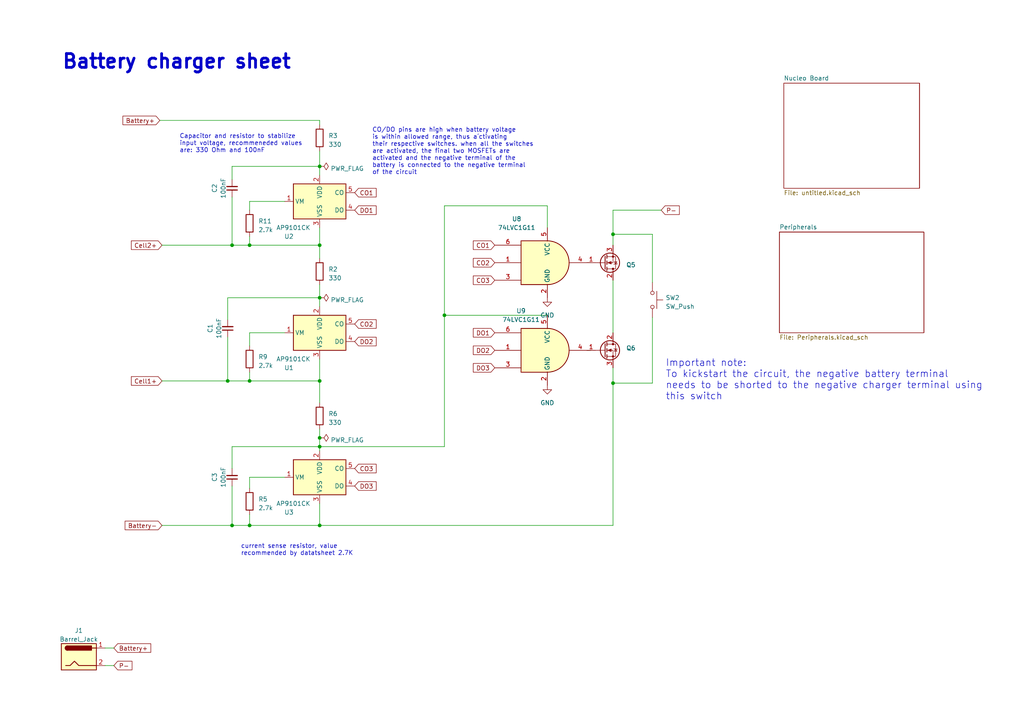
<source format=kicad_sch>
(kicad_sch (version 20230121) (generator eeschema)
  (paper "A4")
  (title_block (title "Vaccuum cleaner Robot") (date "2023-03-18") (rev "Version 0.0.1") (company "ESP project"))
  (lib_symbols
    (symbol "74xGxx:74LVC1G11"
      (property "Reference" "U" (at -5.08 10.16 0))
      (property "Value" "74LVC1G11" (at 7.62 -10.16 0))
      (symbol "74LVC1G11_0_1"
        (arc (start 0 -6.35) (mid 6.3224 0) (end 0 6.35) (stroke (width 0.254)) (fill (type background)))
        (polyline (pts (xy 0 -6.35) (xy -7.62 -6.35) (xy -7.62 6.35) (xy 0 6.35)) (stroke (width 0.254)) (fill (type background)))
      )
      (symbol "74LVC1G11_1_1"
        (pin input line (at -15.24 0 0) (length 7.62) (name "~") (number "1"))
        (pin power_in line (at 0 -10.16 90) (length 3.81) (name "GND") (number "2"))
        (pin input line (at -15.24 -5.08 0) (length 7.62) (name "~") (number "3"))
        (pin output line (at 12.7 0 180) (length 6.35) (name "~") (number "4"))
        (pin power_in line (at 0 10.16 270) (length 3.81) (name "VCC") (number "5"))
        (pin input line (at -15.24 5.08 0) (length 7.62) (name "~") (number "6"))
      )
    )
    (symbol "Battery_Management:AP9101CK"
      (property "Reference" "U" (at -7.62 6.35 0))
      (property "Value" "AP9101CK" (at 6.35 6.35 0))
      (symbol "AP9101CK_0_1"
        (rectangle (start -7.62 5.08) (end 7.62 -5.08) (stroke (width 0.254)) (fill (type background)))
      )
      (symbol "AP9101CK_1_1"
        (pin passive line (at -10.16 0 0) (length 2.54) (name "VM") (number "1"))
        (pin power_in line (at 0 7.62 270) (length 2.54) (name "VDD") (number "2"))
        (pin power_in line (at 0 -7.62 90) (length 2.54) (name "VSS") (number "3"))
        (pin output line (at 10.16 -2.54 180) (length 2.54) (name "DO") (number "4"))
        (pin output line (at 10.16 2.54 180) (length 2.54) (name "CO") (number "5"))
      )
    )
    (symbol "Connector:Barrel_Jack" (pin_names (offset 1.016))
      (property "Reference" "J" (at 0 5.334 0))
      (property "Value" "Barrel_Jack" (at 0 -5.08 0))
      (symbol "Barrel_Jack_0_1"
        (rectangle (start -5.08 3.81) (end 5.08 -3.81) (stroke (width 0.254)) (fill (type background)))
        (arc (start -3.302 3.175) (mid -3.9343 2.54) (end -3.302 1.905) (stroke (width 0.254)))
        (arc (start -3.302 3.175) (mid -3.9343 2.54) (end -3.302 1.905) (stroke (width 0.254)) (fill (type outline)))
        (polyline (pts (xy 5.08 2.54) (xy 3.81 2.54)) (stroke (width 0.254)))
        (polyline (pts (xy -3.81 -2.54) (xy -2.54 -2.54) (xy -1.27 -1.27) (xy 0 -2.54) (xy 2.54 -2.54) (xy 5.08 -2.54)) (stroke (width 0.254)))
        (rectangle (start 3.683 3.175) (end -3.302 1.905) (stroke (width 0.254)) (fill (type outline)))
      )
      (symbol "Barrel_Jack_1_1"
        (pin passive line (at 7.62 2.54 180) (length 2.54) (name "~") (number "1"))
        (pin passive line (at 7.62 -2.54 180) (length 2.54) (name "~") (number "2"))
      )
    )
    (symbol "Device:C_Small" (pin_numbers hide) (pin_names (offset 0.254) hide)
      (property "Reference" "C" (at 0.254 1.778 0))
      (property "Value" "C_Small" (at 0.254 -2.032 0))
      (symbol "C_Small_0_1"
        (polyline (pts (xy -1.524 -0.508) (xy 1.524 -0.508)) (stroke (width 0.3302)))
        (polyline (pts (xy -1.524 0.508) (xy 1.524 0.508)) (stroke (width 0.3048)))
      )
      (symbol "C_Small_1_1"
        (pin passive line (at 0 2.54 270) (length 2.032) (name "~") (number "1"))
        (pin passive line (at 0 -2.54 90) (length 2.032) (name "~") (number "2"))
      )
    )
    (symbol "Device:R" (pin_numbers hide) (pin_names (offset 0))
      (property "Reference" "R" (at 2.032 0 90))
      (property "Value" "R" (at 0 0 90))
      (symbol "R_0_1"
        (rectangle (start -1.016 -2.54) (end 1.016 2.54) (stroke (width 0.254)))
      )
      (symbol "R_1_1"
        (pin passive line (at 0 3.81 270) (length 1.27) (name "~") (number "1"))
        (pin passive line (at 0 -3.81 90) (length 1.27) (name "~") (number "2"))
      )
    )
    (symbol "Switch:SW_Push" (pin_numbers hide) (pin_names (offset 1.016) hide)
      (property "Reference" "SW" (at 1.27 2.54 0))
      (property "Value" "SW_Push" (at 0 -1.524 0))
      (symbol "SW_Push_0_1"
        (circle (center -2.032 0) (radius 0.508))
        (polyline (pts (xy 0 1.27) (xy 0 3.048)))
        (polyline (pts (xy 2.54 1.27) (xy -2.54 1.27)))
        (circle (center 2.032 0) (radius 0.508))
        (pin passive line (at -5.08 0 0) (length 2.54) (name "1") (number "1"))
        (pin passive line (at 5.08 0 180) (length 2.54) (name "2") (number "2"))
      )
    )
    (symbol "Transistor_FET:IRLB8721PBF" (pin_names hide)
      (property "Reference" "Q" (at 6.35 1.905 0))
      (property "Value" "IRLB8721PBF" (at 6.35 0 0))
      (symbol "IRLB8721PBF_0_1"
        (polyline (pts (xy 0.254 0) (xy -2.54 0)))
        (polyline (pts (xy 0.254 1.905) (xy 0.254 -1.905)) (stroke (width 0.254)))
        (polyline (pts (xy 0.762 -1.27) (xy 0.762 -2.286)) (stroke (width 0.254)))
        (polyline (pts (xy 0.762 0.508) (xy 0.762 -0.508)) (stroke (width 0.254)))
        (polyline (pts (xy 0.762 2.286) (xy 0.762 1.27)) (stroke (width 0.254)))
        (polyline (pts (xy 2.54 2.54) (xy 2.54 1.778)))
        (polyline (pts (xy 2.54 -2.54) (xy 2.54 0) (xy 0.762 0)))
        (polyline (pts (xy 0.762 -1.778) (xy 3.302 -1.778) (xy 3.302 1.778) (xy 0.762 1.778)))
        (polyline (pts (xy 1.016 0) (xy 2.032 0.381) (xy 2.032 -0.381) (xy 1.016 0)) (fill (type outline)))
        (polyline (pts (xy 2.794 0.508) (xy 2.921 0.381) (xy 3.683 0.381) (xy 3.81 0.254)))
        (polyline (pts (xy 3.302 0.381) (xy 2.921 -0.254) (xy 3.683 -0.254) (xy 3.302 0.381)))
        (circle (center 1.651 0) (radius 2.794) (stroke (width 0.254)))
        (circle (center 2.54 -1.778) (radius 0.254) (fill (type outline)))
        (circle (center 2.54 1.778) (radius 0.254) (fill (type outline)))
      )
      (symbol "IRLB8721PBF_1_1"
        (pin input line (at -5.08 0 0) (length 2.54) (name "G") (number "1"))
        (pin passive line (at 2.54 5.08 270) (length 2.54) (name "D") (number "2"))
        (pin passive line (at 2.54 -5.08 90) (length 2.54) (name "S") (number "3"))
      )
    )
    (symbol "power:GND" (power) (pin_names (offset 0))
      (property "Value" "GND" (at 0 -3.81 0))
      (symbol "GND_0_1"
        (polyline (pts (xy 0 0) (xy 0 -1.27) (xy 1.27 -1.27) (xy 0 -2.54) (xy -1.27 -1.27) (xy 0 -1.27)))
      )
      (symbol "GND_1_1"
        (pin power_in line (at 0 0 270) (length 0) hide (name "GND") (number "1"))
      )
    )
    (symbol "power:PWR_FLAG" (power) (pin_numbers hide) (pin_names (offset 0) hide)
      (property "Value" "PWR_FLAG" (at 0 3.81 0))
      (symbol "PWR_FLAG_0_0"
        (pin power_out line (at 0 0 90) (length 0) (name "pwr") (number "1"))
      )
      (symbol "PWR_FLAG_0_1"
        (polyline (pts (xy 0 0) (xy 0 1.27) (xy -1.016 1.905) (xy 0 2.54) (xy 1.016 1.905) (xy 0 1.27)))
      )
    )
  )
  (junction (at 92.71 110.49))
  (junction (at 67.31 71.12))
  (junction (at 72.39 152.4))
  (junction (at 128.905 91.44))
  (junction (at 92.71 71.12))
  (junction (at 177.8 111.125))
  (junction (at 92.71 152.4))
  (junction (at 72.39 71.12))
  (junction (at 92.71 129.54))
  (junction (at 67.31 152.4))
  (junction (at 177.8 67.945))
  (junction (at 92.71 127))
  (junction (at 92.71 86.36))
  (junction (at 66.04 110.49))
  (junction (at 72.39 110.49))
  (junction (at 92.71 48.26))
  (wire (pts (xy 177.8 152.4) (xy 177.8 111.125)))
  (wire (pts (xy 177.8 67.945) (xy 177.8 71.12)))
  (wire (pts (xy 82.55 138.43) (xy 72.39 138.43)))
  (wire (pts (xy 72.39 58.42) (xy 82.55 58.42)))
  (wire (pts (xy 158.75 66.04) (xy 158.75 59.69)))
  (wire (pts (xy 92.71 48.26) (xy 67.31 48.26)))
  (wire (pts (xy 67.31 152.4) (xy 72.39 152.4)))
  (wire (pts (xy 33.02 193.04) (xy 30.48 193.04)))
  (wire (pts (xy 66.04 110.49) (xy 72.39 110.49)))
  (wire (pts (xy 67.31 48.26) (xy 67.31 52.07)))
  (wire (pts (xy 189.23 67.945) (xy 189.23 81.915)))
  (wire (pts (xy 72.39 96.52) (xy 82.55 96.52)))
  (wire (pts (xy 92.71 124.46) (xy 92.71 127)))
  (wire (pts (xy 72.39 141.605) (xy 72.39 138.43)))
  (wire (pts (xy 67.31 129.54) (xy 67.31 135.89)))
  (wire (pts (xy 92.71 104.14) (xy 92.71 110.49)))
  (wire (pts (xy 67.31 57.15) (xy 67.31 71.12)))
  (wire (pts (xy 177.8 111.125) (xy 189.23 111.125)))
  (wire (pts (xy 72.39 152.4) (xy 72.39 149.225)))
  (wire (pts (xy 92.71 86.36) (xy 92.71 88.9)))
  (wire (pts (xy 171.45 101.6) (xy 170.18 101.6)))
  (wire (pts (xy 67.31 152.4) (xy 46.99 152.4)))
  (wire (pts (xy 33.02 187.96) (xy 30.48 187.96)))
  (wire (pts (xy 92.71 74.93) (xy 92.71 71.12)))
  (wire (pts (xy 67.31 140.97) (xy 67.31 152.4)))
  (wire (pts (xy 92.71 82.55) (xy 92.71 86.36)))
  (wire (pts (xy 66.04 110.49) (xy 46.99 110.49)))
  (wire (pts (xy 177.8 60.96) (xy 177.8 67.945)))
  (wire (pts (xy 72.39 58.42) (xy 72.39 60.96)))
  (wire (pts (xy 92.71 146.05) (xy 92.71 152.4)))
  (wire (pts (xy 66.04 86.36) (xy 66.04 92.71)))
  (wire (pts (xy 67.31 71.12) (xy 46.99 71.12)))
  (wire (pts (xy 72.39 71.12) (xy 92.71 71.12)))
  (wire (pts (xy 46.355 34.925) (xy 92.71 34.925)))
  (wire (pts (xy 92.71 129.54) (xy 92.71 130.81)))
  (wire (pts (xy 128.905 91.44) (xy 128.905 129.54)))
  (wire (pts (xy 92.71 129.54) (xy 67.31 129.54)))
  (wire (pts (xy 177.8 111.125) (xy 177.8 106.68)))
  (wire (pts (xy 67.31 71.12) (xy 72.39 71.12)))
  (wire (pts (xy 191.77 60.96) (xy 177.8 60.96)))
  (wire (pts (xy 92.71 152.4) (xy 177.8 152.4)))
  (wire (pts (xy 92.71 66.04) (xy 92.71 71.12)))
  (wire (pts (xy 92.71 127) (xy 92.71 129.54)))
  (wire (pts (xy 128.905 129.54) (xy 92.71 129.54)))
  (wire (pts (xy 66.04 97.79) (xy 66.04 110.49)))
  (wire (pts (xy 72.39 152.4) (xy 92.71 152.4)))
  (wire (pts (xy 158.75 91.44) (xy 128.905 91.44)))
  (wire (pts (xy 170.18 76.2) (xy 171.45 76.2)))
  (wire (pts (xy 158.75 59.69) (xy 128.905 59.69)))
  (wire (pts (xy 92.71 34.925) (xy 92.71 36.195)))
  (wire (pts (xy 128.905 59.69) (xy 128.905 91.44)))
  (wire (pts (xy 177.8 81.28) (xy 177.8 96.52)))
  (wire (pts (xy 72.39 100.33) (xy 72.39 96.52)))
  (wire (pts (xy 92.71 86.36) (xy 66.04 86.36)))
  (wire (pts (xy 92.71 48.26) (xy 92.71 50.8)))
  (wire (pts (xy 92.71 43.815) (xy 92.71 48.26)))
  (wire (pts (xy 177.8 67.945) (xy 189.23 67.945)))
  (wire (pts (xy 72.39 68.58) (xy 72.39 71.12)))
  (wire (pts (xy 189.23 92.075) (xy 189.23 111.125)))
  (wire (pts (xy 72.39 107.95) (xy 72.39 110.49)))
  (wire (pts (xy 72.39 110.49) (xy 92.71 110.49)))
  (wire (pts (xy 92.71 110.49) (xy 92.71 116.84)))
  (text "CO/DO pins are high when battery voltage\nis within allowed range, thus a´ctivating\ntheir respective switches. when all the switches\nare activated, the final two MOSFETs are\nactivated and the negative terminal of the\nbattery is connected to the negative terminal\nof the circuit" (at 107.95 50.8 0) (effects (font (size 1.27 1.27)) (justify left bottom)))
  (text "Battery charger sheet" (at 17.78 20.32 0) (effects (font (size 4 4) (thickness 0.8) bold) (justify left bottom)))
  (text "Capacitor and resistor to stabilize\ninput voltage, recommeneded values\nare: 330 Ohm and 100nF" (at 52.07 44.45 0) (effects (font (size 1.27 1.27)) (justify left bottom)))
  (text "current sense resistor, value\nrecommended by datatsheet 2.7K" (at 69.85 161.29 0) (effects (font (size 1.27 1.27)) (justify left bottom)))
  (text "Important note:\nTo kickstart the circuit, the negative battery terminal\nneeds to be shorted to the negative charger terminal using\nthis switch" (at 193.04 116.205 0) (effects (font (size 2 2)) (justify left bottom)))
  (global_label "Battery+" (shape input) (at 46.355 34.925 180) (property "Intersheetrefs" "${INTERSHEET_REFS}" (effects hide)))
  (global_label "Cell1+" (shape input) (at 46.99 110.49 180) (property "Intersheetrefs" "${INTERSHEET_REFS}" (effects hide)))
  (global_label "DO2" (shape input) (at 102.87 99.06 0) (property "Intersheetrefs" "${INTERSHEET_REFS}" (effects hide)))
  (global_label "CO3" (shape input) (at 143.51 81.28 180) (property "Intersheetrefs" "${INTERSHEET_REFS}" (effects hide)))
  (global_label "Battery+" (shape input) (at 33.02 187.96 0) (property "Intersheetrefs" "${INTERSHEET_REFS}" (effects hide)))
  (global_label "P-" (shape input) (at 33.02 193.04 0) (property "Intersheetrefs" "${INTERSHEET_REFS}" (effects hide)))
  (global_label "CO1" (shape input) (at 143.51 71.12 180) (property "Intersheetrefs" "${INTERSHEET_REFS}" (effects hide)))
  (global_label "DO2" (shape input) (at 143.51 101.6 180) (property "Intersheetrefs" "${INTERSHEET_REFS}" (effects hide)))
  (global_label "DO1" (shape input) (at 102.87 60.96 0) (property "Intersheetrefs" "${INTERSHEET_REFS}" (effects hide)))
  (global_label "Cell2+" (shape input) (at 46.99 71.12 180) (property "Intersheetrefs" "${INTERSHEET_REFS}" (effects hide)))
  (global_label "DO1" (shape input) (at 143.51 96.52 180) (property "Intersheetrefs" "${INTERSHEET_REFS}" (effects hide)))
  (global_label "CO2" (shape input) (at 102.87 93.98 0) (property "Intersheetrefs" "${INTERSHEET_REFS}" (effects hide)))
  (global_label "CO1" (shape input) (at 102.87 55.88 0) (property "Intersheetrefs" "${INTERSHEET_REFS}" (effects hide)))
  (global_label "P-" (shape input) (at 191.77 60.96 0) (property "Intersheetrefs" "${INTERSHEET_REFS}" (effects hide)))
  (global_label "DO3" (shape input) (at 143.51 106.68 180) (property "Intersheetrefs" "${INTERSHEET_REFS}" (effects hide)))
  (global_label "DO3" (shape input) (at 102.87 140.97 0) (property "Intersheetrefs" "${INTERSHEET_REFS}" (effects hide)))
  (global_label "CO3" (shape input) (at 102.87 135.89 0) (property "Intersheetrefs" "${INTERSHEET_REFS}" (effects hide)))
  (global_label "Battery-" (shape input) (at 46.99 152.4 180) (property "Intersheetrefs" "${INTERSHEET_REFS}" (effects hide)))
  (global_label "CO2" (shape input) (at 143.51 76.2 180) (property "Intersheetrefs" "${INTERSHEET_REFS}" (effects hide)))
  (symbol (lib_id "Device:C_Small") (at 67.31 54.61 180) (unit 1)
    (property "Reference" "C2" (at 62.23 54.6037 90))
    (property "Value" "100nF" (at 64.77 54.6037 90))
    (property "Footprint" "Capacitor_SMD:C_1206_3216Metric_Pad1.33x1.80mm_HandSolder" (effects hide))
    (property "digikey link" "https://www.digikey.fi/en/products/detail/kemet/T491A104K035AT/818537" (effects hide))
    (property "Price" "0,63" (effects hide))
  )
  (symbol (lib_id "Battery_Management:AP9101CK") (at 92.71 96.52 0) (unit 1)
    (property "Reference" "U1" (at 83.82 106.68 0))
    (property "Value" "AP9101CK" (at 85.09 104.14 0))
    (property "Footprint" "Package_TO_SOT_SMD:SOT-23-5" (effects hide))
    (property "Datasheet" "https://www.diodes.com/assets/Datasheets/AP9101C.pdf" (effects hide))
    (property "digikey link" "https://www.digikey.fi/en/products/detail/diodes-incorporated/AP9101CK-AHTRG1/5731842" (effects hide))
    (property "Price" "0,52" (effects hide))
  )
  (symbol (lib_id "Connector:Barrel_Jack") (at 22.86 190.5 0) (unit 1)
    (property "Reference" "J1" (at 22.86 182.88 0))
    (property "Value" "Barrel_Jack" (at 22.86 185.42 0))
    (property "Footprint" "RAPC722X:SWITCHCRAFT_RAPC722X" (effects hide))
    (property "Datasheet" "https://www.cuidevices.com/product/resource/pj-019.pdf" (effects hide))
    (property "digikey link" "https://www.digikey.fi/fi/products/detail/gct/DCJ200-10-A-K1-K/9859579" (effects hide))
    (property "Price" "0,87" (effects hide))
  )
  (symbol (lib_id "Transistor_FET:IRLB8721PBF") (at 175.26 76.2 0) (mirror x) (unit 1)
    (property "Reference" "Q5" (at 181.61 76.835 0) (effects (justify left)))
    (property "Value" "IRLB8721PBF" (effects hide))
    (property "Footprint" "Package_TO_SOT_THT:TO-220-3_Vertical" (effects hide))
    (property "Datasheet" "http://www.infineon.com/dgdl/irlb8721pbf.pdf?fileId=5546d462533600a40153566056732591" (effects hide))
    (property "digikey link" "https://www.digikey.fi/en/products/detail/infineon-technologies/IRLB8721PBF/2127670?s=N4IgTCBcDaIJICUAyAhAHAdjARgAooDEQBdAXyA" (effects hide))
    (property "Price" "1,33" (effects hide))
  )
  (symbol (lib_id "Transistor_FET:IRLB8721PBF") (at 175.26 101.6 0) (unit 1)
    (property "Reference" "Q6" (at 181.61 100.965 0) (effects (justify left)))
    (property "Value" "IRLB8721PBF" (effects hide))
    (property "Footprint" "Package_TO_SOT_THT:TO-220-3_Vertical" (effects hide))
    (property "Datasheet" "http://www.infineon.com/dgdl/irlb8721pbf.pdf?fileId=5546d462533600a40153566056732591" (effects hide))
    (property "digikey link" "https://www.digikey.fi/en/products/detail/infineon-technologies/IRLB8721PBF/2127670?s=N4IgTCBcDaIJICUAyAhAHAdjARgAooDEQBdAXyA" (effects hide))
    (property "Price" "1,33" (effects hide))
  )
  (symbol (lib_id "power:PWR_FLAG") (at 92.71 127 270) (unit 1)
    (property "Reference" "#FLG09" (effects hide))
    (property "Value" "PWR_FLAG" (at 95.885 127.635 90) (effects (justify left)))
  )
  (symbol (lib_id "Switch:SW_Push") (at 189.23 86.995 270) (unit 1)
    (property "Reference" "SW2" (at 193.04 86.36 90) (effects (justify left)))
    (property "Value" "SW_Push" (at 193.04 88.9 90) (effects (justify left)))
    (property "Footprint" "Button_Switch_SMD:SW_SPST_PTS645" (effects hide))
    (property "digikey link" "https://www.digikey.fi/en/products/detail/c-k/PTS645SM43SMTR92-LFS/1146840" (effects hide))
    (property "Price" "0,3" (effects hide))
  )
  (symbol (lib_id "Device:R") (at 92.71 120.65 180) (unit 1)
    (property "Reference" "R6" (at 95.25 120.015 0) (effects (justify right)))
    (property "Value" "330" (at 95.25 122.555 0) (effects (justify right)))
    (property "Footprint" "Resistor_SMD:R_1206_3216Metric_Pad1.30x1.75mm_HandSolder" (effects hide))
    (property "digikey link" "https://www.digikey.fi/en/products/detail/walsin-technology-corporation/WR04X331-JTL/13240790" (effects hide))
    (property "Price" "0,11" (effects hide))
  )
  (symbol (lib_id "Device:R") (at 72.39 64.77 180) (unit 1)
    (property "Reference" "R11" (at 74.93 64.135 0) (effects (justify right)))
    (property "Value" "2.7k" (at 74.93 66.675 0) (effects (justify right)))
    (property "Footprint" "Resistor_SMD:R_1206_3216Metric_Pad1.30x1.75mm_HandSolder" (effects hide))
    (property "digikey link" "https://www.digikey.fi/en/products/detail/yageo/RC0402FR-132K7L/14286631" (effects hide))
    (property "Price" "0,11" (effects hide))
  )
  (symbol (lib_id "Device:R") (at 72.39 104.14 180) (unit 1)
    (property "Reference" "R9" (at 74.93 103.505 0) (effects (justify right)))
    (property "Value" "2.7k" (at 74.93 106.045 0) (effects (justify right)))
    (property "Footprint" "Resistor_SMD:R_1206_3216Metric_Pad1.30x1.75mm_HandSolder" (effects hide))
    (property "digikey link" "https://www.digikey.fi/en/products/detail/yageo/RC0402FR-132K7L/14286631" (effects hide))
    (property "Price" "0,11" (effects hide))
  )
  (symbol (lib_id "Device:R") (at 92.71 78.74 180) (unit 1)
    (property "Reference" "R2" (at 95.25 78.105 0) (effects (justify right)))
    (property "Value" "330" (at 95.25 80.645 0) (effects (justify right)))
    (property "Footprint" "Resistor_SMD:R_1206_3216Metric_Pad1.30x1.75mm_HandSolder" (effects hide))
    (property "digikey link" "https://www.digikey.fi/en/products/detail/walsin-technology-corporation/WR04X331-JTL/13240790" (effects hide))
    (property "Price" "0,11" (effects hide))
  )
  (symbol (lib_id "Device:C_Small") (at 67.31 138.43 180) (unit 1)
    (property "Reference" "C3" (at 62.23 138.4237 90))
    (property "Value" "100nF" (at 64.77 138.4237 90))
    (property "Footprint" "Capacitor_SMD:C_1206_3216Metric_Pad1.33x1.80mm_HandSolder" (effects hide))
    (property "digikey link" "https://www.digikey.fi/en/products/detail/kemet/T491A104K035AT/818537" (effects hide))
    (property "Price" "0,63" (effects hide))
  )
  (symbol (lib_id "Battery_Management:AP9101CK") (at 92.71 138.43 0) (unit 1)
    (property "Reference" "U3" (at 83.82 148.59 0))
    (property "Value" "AP9101CK" (at 85.09 146.05 0))
    (property "Footprint" "Package_TO_SOT_SMD:SOT-23-5" (effects hide))
    (property "Datasheet" "https://www.diodes.com/assets/Datasheets/AP9101C.pdf" (effects hide))
    (property "digikey link" "https://www.digikey.fi/en/products/detail/diodes-incorporated/AP9101CK-AHTRG1/5731842" (effects hide))
    (property "Price" "0,52" (effects hide))
  )
  (symbol (lib_id "Device:R") (at 72.39 145.415 180) (unit 1)
    (property "Reference" "R5" (at 74.93 144.78 0) (effects (justify right)))
    (property "Value" "2.7k" (at 74.93 147.32 0) (effects (justify right)))
    (property "Footprint" "Resistor_SMD:R_1206_3216Metric_Pad1.30x1.75mm_HandSolder" (effects hide))
    (property "digikey link" "https://www.digikey.fi/en/products/detail/yageo/RC0402FR-132K7L/14286631" (effects hide))
    (property "Price" "0,11" (effects hide))
  )
  (symbol (lib_id "power:PWR_FLAG") (at 92.71 48.26 270) (unit 1)
    (property "Reference" "#FLG07" (effects hide))
    (property "Value" "PWR_FLAG" (at 95.885 48.895 90) (effects (justify left)))
  )
  (symbol (lib_id "74xGxx:74LVC1G11") (at 158.75 76.2 0) (unit 1)
    (property "Reference" "U8" (at 149.86 63.5 0))
    (property "Value" "74LVC1G11" (at 149.86 66.04 0))
    (property "Footprint" "Package_TO_SOT_SMD:SOT-23-6_Handsoldering" (effects hide))
    (property "Datasheet" "http://www.ti.com/lit/sg/scyt129e/scyt129e.pdf" (effects hide))
    (property "digikey link" "https://www.digikey.fi/en/products/detail/diodes-incorporated/74LVC1G11W6-7/3829446" (effects hide))
    (property "Price" "0,45" (effects hide))
  )
  (symbol (lib_id "74xGxx:74LVC1G11") (at 158.75 101.6 0) (unit 1)
    (property "Reference" "U9" (at 151.13 90.17 0))
    (property "Value" "74LVC1G11" (at 151.13 92.71 0))
    (property "Footprint" "Package_TO_SOT_SMD:SOT-23-6_Handsoldering" (effects hide))
    (property "Datasheet" "http://www.ti.com/lit/sg/scyt129e/scyt129e.pdf" (effects hide))
    (property "digikey link" "https://www.digikey.fi/en/products/detail/diodes-incorporated/74LVC1G11W6-7/3829446" (effects hide))
    (property "Price" "0,45" (effects hide))
  )
  (symbol (lib_id "Battery_Management:AP9101CK") (at 92.71 58.42 0) (unit 1)
    (property "Reference" "U2" (at 83.82 68.58 0))
    (property "Value" "AP9101CK" (at 85.09 66.04 0))
    (property "Footprint" "Package_TO_SOT_SMD:SOT-23-5" (effects hide))
    (property "Datasheet" "https://www.diodes.com/assets/Datasheets/AP9101C.pdf" (effects hide))
    (property "digikey link" "https://www.digikey.fi/en/products/detail/diodes-incorporated/AP9101CK-AHTRG1/5731842" (effects hide))
    (property "Price" "0,52" (effects hide))
  )
  (symbol (lib_id "power:GND") (at 158.75 86.36 0) (unit 1)
    (property "Reference" "#PWR032" (effects hide))
    (property "Value" "GND" (at 158.75 91.44 0))
  )
  (symbol (lib_id "power:PWR_FLAG") (at 92.71 86.36 270) (unit 1)
    (property "Reference" "#FLG08" (effects hide))
    (property "Value" "PWR_FLAG" (at 95.885 86.995 90) (effects (justify left)))
  )
  (symbol (lib_id "power:GND") (at 158.75 111.76 0) (unit 1)
    (property "Reference" "#PWR033" (effects hide))
    (property "Value" "GND" (at 158.75 116.84 0))
  )
  (symbol (lib_id "Device:R") (at 92.71 40.005 0) (unit 1)
    (property "Reference" "R3" (at 95.25 39.37 0) (effects (justify left)))
    (property "Value" "330" (at 95.25 41.91 0) (effects (justify left)))
    (property "Footprint" "Resistor_SMD:R_1206_3216Metric_Pad1.30x1.75mm_HandSolder" (effects hide))
    (property "digikey link" "https://www.digikey.fi/en/products/detail/walsin-technology-corporation/WR04X331-JTL/13240790" (effects hide))
    (property "Price" "0,11" (effects hide))
  )
  (symbol (lib_id "Device:C_Small") (at 66.04 95.25 180) (unit 1)
    (property "Reference" "C1" (at 60.96 95.2437 90))
    (property "Value" "100nF" (at 63.5 95.2437 90))
    (property "Footprint" "Capacitor_SMD:C_1206_3216Metric_Pad1.33x1.80mm_HandSolder" (effects hide))
    (property "digikey link" "https://www.digikey.fi/en/products/detail/kemet/T491A104K035AT/818537" (effects hide))
    (property "Price" "0,63" (effects hide))
  )
  (sheet (at 226.06 67.31) (size 41.91 29.21) (stroke (width 0.1524))
    (property "Sheetname" "Peripherals" (at 226.06 66.5984 0) (effects (justify left bottom)))
    (property "Sheetfile" "Peripherals.kicad_sch" (at 226.06 97.1046 0) (effects (justify left top)))
  )
  (sheet (at 227.33 24.13) (size 39.37 30.48) (stroke (width 0.1524))
    (property "Sheetname" "Nucleo Board" (at 227.33 23.4184 0) (effects (justify left bottom)))
    (property "Sheetfile" "untitled.kicad_sch" (at 227.33 55.1946 0) (effects (justify left top)))
  )
)
</source>
